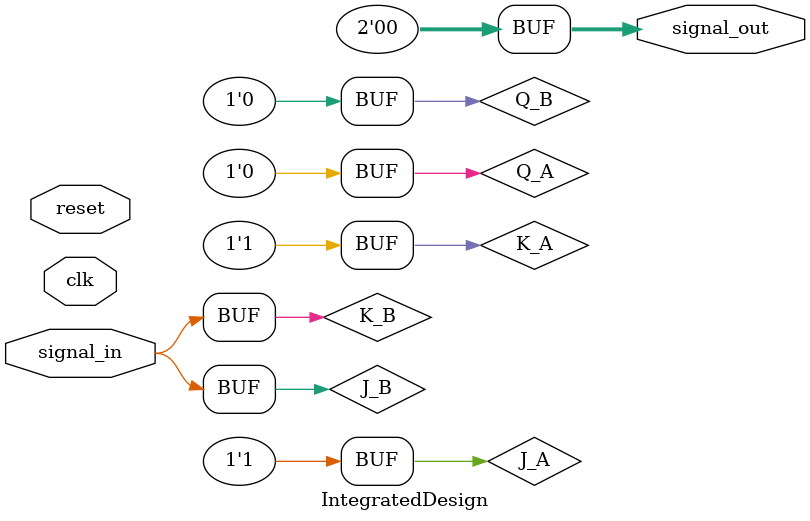
<source format=sv>
`timescale 1ns / 1ps

module IntegratedDesign(
    input  logic       clk,
    input  logic       reset,
    input  logic       signal_in,   // 0 = up, 1 = down
    output logic [1:0] signal_out
);

    logic J_A, K_A;
    logic J_B, K_B;
   
    logic Q_A = 0;
    logic Q_B = 0;

    JKBistable A (
        .clk   (clk),
        .reset (reset),
        .J     (J_A),
        .K     (K_A),
        .Q     (Q_A)
    );

    JKBistable B (
        .clk   (clk),
        .reset (reset),
        .J     (J_B),
        .K     (K_B),
        .Q     (Q_B)
    );

    always_comb begin
        J_A = 1'b1;
        K_A = 1'b1;
        J_B = Q_A ^ signal_in;
        K_B = Q_A ^ signal_in;
    end
    always_comb begin
        if (reset) begin
            signal_out = 2'b00;
        end else begin
        signal_out = {Q_B, Q_A};
        end
    end

endmodule
    
</source>
